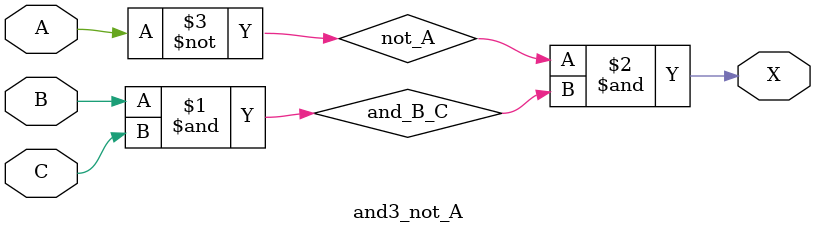
<source format=v>

module and3_not_A (
    input A,
    input B,
    input C,
    output X
);

    // Intermediate signals
    wire not_A, and_B_C;

    // Logic gates
    not not_A(not_A, A);
    and and_B_C(and_B_C, B, C);

    assign X = not_A & and_B_C;

endmodule

</source>
